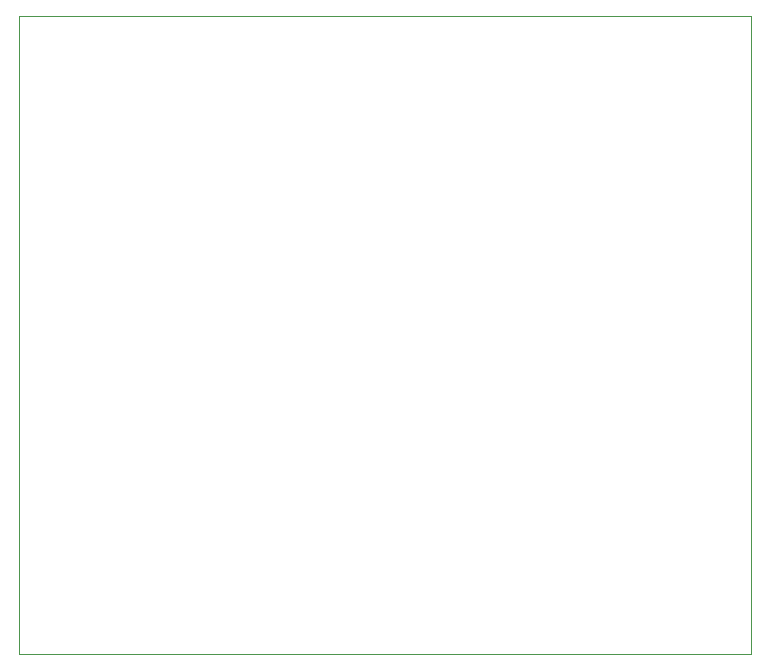
<source format=gbr>
%TF.GenerationSoftware,KiCad,Pcbnew,(6.0.4)*%
%TF.CreationDate,2022-03-20T23:12:24-04:00*%
%TF.ProjectId,main,6d61696e-2e6b-4696-9361-645f70636258,rev?*%
%TF.SameCoordinates,Original*%
%TF.FileFunction,Profile,NP*%
%FSLAX46Y46*%
G04 Gerber Fmt 4.6, Leading zero omitted, Abs format (unit mm)*
G04 Created by KiCad (PCBNEW (6.0.4)) date 2022-03-20 23:12:24*
%MOMM*%
%LPD*%
G01*
G04 APERTURE LIST*
%TA.AperFunction,Profile*%
%ADD10C,0.050000*%
%TD*%
G04 APERTURE END LIST*
D10*
X100000000Y-100000000D02*
X100000000Y-46000000D01*
X100000000Y-46000000D02*
X162000000Y-46000000D01*
X100000000Y-100000000D02*
X162000000Y-100000000D01*
X162000000Y-46000000D02*
X162000000Y-100000000D01*
M02*

</source>
